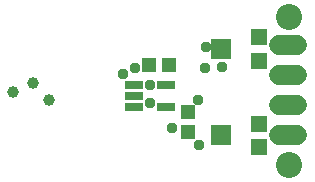
<source format=gbr>
G04 EAGLE Gerber RS-274X export*
G75*
%MOMM*%
%FSLAX34Y34*%
%LPD*%
%AMOC8*
5,1,8,0,0,1.08239X$1,22.5*%
G01*
%ADD10C,2.203200*%
%ADD11R,1.524000X0.762000*%
%ADD12R,1.203200X1.303200*%
%ADD13R,1.283200X1.253200*%
%ADD14C,1.727200*%
%ADD15R,1.403200X1.403200*%
%ADD16R,1.703200X1.803200*%
%ADD17C,0.990600*%
%ADD18C,0.959600*%


D10*
X168750Y-50000D03*
X168750Y75000D03*
D11*
X37022Y17348D03*
X37022Y7950D03*
X37022Y-1448D03*
X64454Y-1448D03*
X64454Y17348D03*
D12*
X67048Y34130D03*
X50048Y34130D03*
D13*
X82708Y-5170D03*
X82708Y-22670D03*
D14*
X160505Y51250D02*
X175745Y51250D01*
X175745Y25850D02*
X160505Y25850D01*
X160505Y450D02*
X175745Y450D01*
X175745Y-24950D02*
X160505Y-24950D01*
D15*
X143375Y37875D03*
X143375Y57875D03*
D16*
X110875Y47875D03*
D15*
X143500Y-35250D03*
X143500Y-15250D03*
D16*
X111000Y-25250D03*
D17*
X-48260Y19050D03*
D18*
X91440Y5080D03*
X111760Y33020D03*
X69850Y-19050D03*
D17*
X-34290Y5080D03*
D18*
X97790Y31750D03*
X92710Y-33020D03*
X50800Y17780D03*
X98069Y49530D03*
X38100Y31750D03*
X50800Y2540D03*
X27739Y26670D03*
D17*
X-64770Y11430D03*
M02*

</source>
